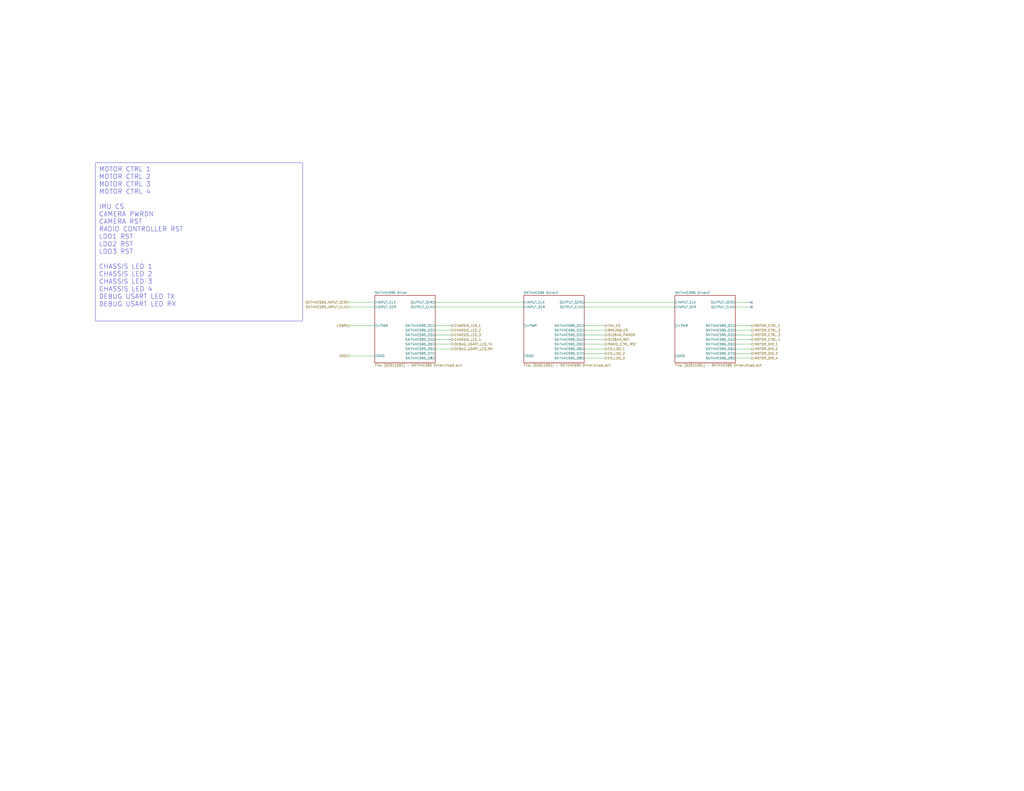
<source format=kicad_sch>
(kicad_sch
	(version 20231120)
	(generator "eeschema")
	(generator_version "8.0")
	(uuid "3b761d79-f25f-470e-a86b-84969fa3bc68")
	(paper "C")
	(title_block
		(comment 2 "DRAFT")
	)
	(lib_symbols)
	(no_connect
		(at 410.21 165.1)
		(uuid "27b4cfdc-9d53-4766-97dd-9f9d784d2796")
	)
	(no_connect
		(at 410.21 167.64)
		(uuid "e3fbf19d-4e56-4338-b6cc-b3229ffdaba9")
	)
	(wire
		(pts
			(xy 237.49 165.1) (xy 285.75 165.1)
		)
		(stroke
			(width 0)
			(type default)
		)
		(uuid "0486ffff-3dc9-4716-bd7c-9b3691433434")
	)
	(wire
		(pts
			(xy 318.77 177.8) (xy 330.2 177.8)
		)
		(stroke
			(width 0)
			(type default)
		)
		(uuid "123d692a-1628-4ab8-80d0-f6b656edcab2")
	)
	(wire
		(pts
			(xy 237.49 177.8) (xy 246.38 177.8)
		)
		(stroke
			(width 0)
			(type default)
		)
		(uuid "1563127d-4651-43da-9221-ea1b07b44c2a")
	)
	(wire
		(pts
			(xy 237.49 185.42) (xy 246.38 185.42)
		)
		(stroke
			(width 0)
			(type default)
		)
		(uuid "1ed9f33f-e160-40d3-bb40-030b9c490a5d")
	)
	(wire
		(pts
			(xy 401.32 167.64) (xy 410.21 167.64)
		)
		(stroke
			(width 0)
			(type default)
		)
		(uuid "26c2d964-2259-41b6-b7f2-f14273522a5b")
	)
	(wire
		(pts
			(xy 318.77 167.64) (xy 368.3 167.64)
		)
		(stroke
			(width 0)
			(type default)
		)
		(uuid "33c959c4-b187-4662-9a9b-077d98233e14")
	)
	(wire
		(pts
			(xy 401.32 180.34) (xy 410.21 180.34)
		)
		(stroke
			(width 0)
			(type default)
		)
		(uuid "34033ef6-223c-4501-b0fd-85ad8bccbf61")
	)
	(wire
		(pts
			(xy 237.49 180.34) (xy 246.38 180.34)
		)
		(stroke
			(width 0)
			(type default)
		)
		(uuid "36e05ccc-efc0-46df-8a67-96a25a8aa9b2")
	)
	(wire
		(pts
			(xy 190.5 165.1) (xy 204.47 165.1)
		)
		(stroke
			(width 0)
			(type default)
		)
		(uuid "548a5644-6d85-47c1-bc40-89e129376715")
	)
	(wire
		(pts
			(xy 318.77 165.1) (xy 368.3 165.1)
		)
		(stroke
			(width 0)
			(type default)
		)
		(uuid "6066372b-5120-4140-9327-a1dcfb38b547")
	)
	(wire
		(pts
			(xy 318.77 182.88) (xy 330.2 182.88)
		)
		(stroke
			(width 0)
			(type default)
		)
		(uuid "60c5f379-2711-444f-98b7-fcfd3ab4a94a")
	)
	(wire
		(pts
			(xy 401.32 165.1) (xy 410.21 165.1)
		)
		(stroke
			(width 0)
			(type default)
		)
		(uuid "6b785f8c-5a97-4497-86f4-b54971e19b47")
	)
	(wire
		(pts
			(xy 401.32 185.42) (xy 410.21 185.42)
		)
		(stroke
			(width 0)
			(type default)
		)
		(uuid "714ae772-2cab-4e63-b69a-7dbeeb4af4d2")
	)
	(wire
		(pts
			(xy 318.77 187.96) (xy 330.2 187.96)
		)
		(stroke
			(width 0)
			(type default)
		)
		(uuid "7167d79a-bae4-40c2-bbbe-dfbc75888056")
	)
	(wire
		(pts
			(xy 401.32 187.96) (xy 410.21 187.96)
		)
		(stroke
			(width 0)
			(type default)
		)
		(uuid "7b8d1505-17dd-461c-9b09-673d9e96b8ee")
	)
	(wire
		(pts
			(xy 237.49 167.64) (xy 285.75 167.64)
		)
		(stroke
			(width 0)
			(type default)
		)
		(uuid "835d9b60-89b6-4287-872d-1a72594c1bed")
	)
	(wire
		(pts
			(xy 190.5 194.31) (xy 204.47 194.31)
		)
		(stroke
			(width 0)
			(type default)
		)
		(uuid "85f9067a-de83-44bc-aa49-0e0380f68e57")
	)
	(wire
		(pts
			(xy 237.49 187.96) (xy 246.38 187.96)
		)
		(stroke
			(width 0)
			(type default)
		)
		(uuid "87746377-158d-4a74-8554-d8cdbb242dd6")
	)
	(wire
		(pts
			(xy 318.77 190.5) (xy 330.2 190.5)
		)
		(stroke
			(width 0)
			(type default)
		)
		(uuid "8797ceb7-c671-4402-a11a-2643fdeba379")
	)
	(wire
		(pts
			(xy 237.49 182.88) (xy 246.38 182.88)
		)
		(stroke
			(width 0)
			(type default)
		)
		(uuid "92628dc6-be4f-4681-9aa9-84bdf840c930")
	)
	(wire
		(pts
			(xy 237.49 190.5) (xy 246.38 190.5)
		)
		(stroke
			(width 0)
			(type default)
		)
		(uuid "98e0a43b-524c-4a0a-9f64-da1c970ce484")
	)
	(wire
		(pts
			(xy 401.32 195.58) (xy 410.21 195.58)
		)
		(stroke
			(width 0)
			(type default)
		)
		(uuid "9c5ba4c4-2bee-4440-a329-68c1b3bc0b83")
	)
	(wire
		(pts
			(xy 401.32 177.8) (xy 410.21 177.8)
		)
		(stroke
			(width 0)
			(type default)
		)
		(uuid "9ccada67-cd93-41b9-b8f5-3edab9fa8304")
	)
	(wire
		(pts
			(xy 318.77 180.34) (xy 330.2 180.34)
		)
		(stroke
			(width 0)
			(type default)
		)
		(uuid "9e2e9d95-f7be-4a8a-b4bc-ce938c7bbe40")
	)
	(wire
		(pts
			(xy 190.5 167.64) (xy 204.47 167.64)
		)
		(stroke
			(width 0)
			(type default)
		)
		(uuid "b2bcfb8e-e08e-4511-b8e6-64088d12f041")
	)
	(wire
		(pts
			(xy 401.32 190.5) (xy 410.21 190.5)
		)
		(stroke
			(width 0)
			(type default)
		)
		(uuid "b5de85dc-879a-4518-95f7-994a187f4b91")
	)
	(wire
		(pts
			(xy 318.77 193.04) (xy 330.2 193.04)
		)
		(stroke
			(width 0)
			(type default)
		)
		(uuid "c8a7e3ef-eaf7-4821-bd4e-0c5202481a61")
	)
	(wire
		(pts
			(xy 401.32 182.88) (xy 410.21 182.88)
		)
		(stroke
			(width 0)
			(type default)
		)
		(uuid "cc2d297e-82fd-498b-a05d-6da1a067a252")
	)
	(wire
		(pts
			(xy 190.5 177.8) (xy 204.47 177.8)
		)
		(stroke
			(width 0)
			(type default)
		)
		(uuid "d1439218-958f-439e-aa5b-a6f9f0ea8812")
	)
	(wire
		(pts
			(xy 318.77 195.58) (xy 330.2 195.58)
		)
		(stroke
			(width 0)
			(type default)
		)
		(uuid "e23c1e94-7460-4fe0-9eb4-663ec2e0b39e")
	)
	(wire
		(pts
			(xy 401.32 193.04) (xy 410.21 193.04)
		)
		(stroke
			(width 0)
			(type default)
		)
		(uuid "e7c3cae9-cb1e-4f3b-9225-f0426bb52389")
	)
	(wire
		(pts
			(xy 318.77 185.42) (xy 330.2 185.42)
		)
		(stroke
			(width 0)
			(type default)
		)
		(uuid "f0fba5c8-9b35-4a92-9e60-fb41b5bf3620")
	)
	(text_box "MOTOR CTRL 1\nMOTOR CTRL 2\nMOTOR CTRL 3\nMOTOR CTRL 4\n\nIMU CS\nCAMERA PWRDN\nCAMERA RST\nRADIO CONTROLLER RST\nLDO1 RST\nLDO2 RST\nLDO3 RST\n\nCHASSIS LED 1\nCHASSIS LED 2\nCHASSIS LED 3\nCHASSIS LED 4\nDEBUG USART LED TX\nDEBUG USART LED RX"
		(exclude_from_sim no)
		(at 52.07 88.9 0)
		(size 113.03 86.36)
		(stroke
			(width 0)
			(type default)
		)
		(fill
			(type none)
		)
		(effects
			(font
				(size 2.54 2.54)
			)
			(justify left top)
		)
		(uuid "78a8820e-927c-4fb5-a472-e94053d9a236")
	)
	(hierarchical_label "DEBUG_USART_LED_RX"
		(shape output)
		(at 246.38 190.5 0)
		(fields_autoplaced yes)
		(effects
			(font
				(size 1.27 1.27)
			)
			(justify left)
		)
		(uuid "06b75889-c1f9-401b-9126-055e0c4a205b")
	)
	(hierarchical_label "MOTOR_CTRL_2"
		(shape output)
		(at 410.21 180.34 0)
		(fields_autoplaced yes)
		(effects
			(font
				(size 1.27 1.27)
			)
			(justify left)
		)
		(uuid "07d56e2b-a07b-441d-b911-c4c4d9ef3807")
	)
	(hierarchical_label "OV2640_PWRDN"
		(shape output)
		(at 330.2 182.88 0)
		(fields_autoplaced yes)
		(effects
			(font
				(size 1.27 1.27)
			)
			(justify left)
		)
		(uuid "0b2e45ea-ea0a-42e9-9066-37673febcf1c")
	)
	(hierarchical_label "MOTOR_CTRL_1"
		(shape output)
		(at 410.21 177.8 0)
		(fields_autoplaced yes)
		(effects
			(font
				(size 1.27 1.27)
			)
			(justify left)
		)
		(uuid "1a433679-a63a-40c0-a0cf-c46869eee5aa")
	)
	(hierarchical_label "OV2640_RST"
		(shape output)
		(at 330.2 185.42 0)
		(fields_autoplaced yes)
		(effects
			(font
				(size 1.27 1.27)
			)
			(justify left)
		)
		(uuid "2c92de14-921c-420a-9bd4-42fc342bdf6d")
	)
	(hierarchical_label "IMU_CS"
		(shape output)
		(at 330.2 177.8 0)
		(fields_autoplaced yes)
		(effects
			(font
				(size 1.27 1.27)
			)
			(justify left)
		)
		(uuid "3539b731-47d9-4d19-8d4c-731d2ec675e8")
	)
	(hierarchical_label "GND"
		(shape passive)
		(at 190.5 194.31 180)
		(fields_autoplaced yes)
		(effects
			(font
				(size 1.27 1.27)
			)
			(justify right)
		)
		(uuid "3eaf6152-c740-4006-b48b-cc9344f3fe70")
	)
	(hierarchical_label "SN74HC595_INPUT_SER"
		(shape input)
		(at 190.5 165.1 180)
		(fields_autoplaced yes)
		(effects
			(font
				(size 1.27 1.27)
			)
			(justify right)
		)
		(uuid "43d2d0f2-c6a8-4a21-adf5-03bfdedd570e")
	)
	(hierarchical_label "RADIO_CTRL_RST"
		(shape output)
		(at 330.2 187.96 0)
		(fields_autoplaced yes)
		(effects
			(font
				(size 1.27 1.27)
			)
			(justify left)
		)
		(uuid "4a8e3e05-f90b-40e9-9222-8fb513fd19a3")
	)
	(hierarchical_label "CHASSIS_LED_2"
		(shape output)
		(at 246.38 180.34 0)
		(fields_autoplaced yes)
		(effects
			(font
				(size 1.27 1.27)
			)
			(justify left)
		)
		(uuid "5018abae-cc47-4d98-9494-d32ea79ba078")
	)
	(hierarchical_label "DEBUG_USART_LED_TX"
		(shape output)
		(at 246.38 187.96 0)
		(fields_autoplaced yes)
		(effects
			(font
				(size 1.27 1.27)
			)
			(justify left)
		)
		(uuid "50365b68-a8ab-47c7-94d3-e2b802838b6d")
	)
	(hierarchical_label "EN_LDO_1"
		(shape output)
		(at 330.2 190.5 0)
		(fields_autoplaced yes)
		(effects
			(font
				(size 1.27 1.27)
			)
			(justify left)
		)
		(uuid "5f87ad34-41f1-469b-81d2-c4ceee5927b6")
	)
	(hierarchical_label "EN_LDO_2"
		(shape output)
		(at 330.2 193.04 0)
		(fields_autoplaced yes)
		(effects
			(font
				(size 1.27 1.27)
			)
			(justify left)
		)
		(uuid "6dee19eb-f8d3-4c79-a241-4351709896ff")
	)
	(hierarchical_label "MOTOR_DIR_1"
		(shape output)
		(at 410.21 187.96 0)
		(fields_autoplaced yes)
		(effects
			(font
				(size 1.27 1.27)
			)
			(justify left)
		)
		(uuid "8426841b-5880-4513-9e72-648b377edffe")
	)
	(hierarchical_label "+PWR"
		(shape passive)
		(at 190.5 177.8 180)
		(fields_autoplaced yes)
		(effects
			(font
				(size 1.27 1.27)
			)
			(justify right)
		)
		(uuid "87a1e9cd-1448-478a-961f-cec0d7062f85")
	)
	(hierarchical_label "CHASSIS_LED_1"
		(shape output)
		(at 246.38 177.8 0)
		(fields_autoplaced yes)
		(effects
			(font
				(size 1.27 1.27)
			)
			(justify left)
		)
		(uuid "9610cce3-3603-44d5-8d60-3906ef656d27")
	)
	(hierarchical_label "SN74HC595_INPUT_CLK"
		(shape input)
		(at 190.5 167.64 180)
		(fields_autoplaced yes)
		(effects
			(font
				(size 1.27 1.27)
			)
			(justify right)
		)
		(uuid "97cfe059-d016-4b76-b29c-8e637af13c14")
	)
	(hierarchical_label "MOTOR_DIR_4"
		(shape output)
		(at 410.21 195.58 0)
		(fields_autoplaced yes)
		(effects
			(font
				(size 1.27 1.27)
			)
			(justify left)
		)
		(uuid "a26dffde-4efc-4315-963e-b2a6d4e271a9")
	)
	(hierarchical_label "CHASSIS_LED_3"
		(shape output)
		(at 246.38 182.88 0)
		(fields_autoplaced yes)
		(effects
			(font
				(size 1.27 1.27)
			)
			(justify left)
		)
		(uuid "bffeeb8a-787c-4d66-9773-e41756f0dc7b")
	)
	(hierarchical_label "EN_LDO_3"
		(shape output)
		(at 330.2 195.58 0)
		(fields_autoplaced yes)
		(effects
			(font
				(size 1.27 1.27)
			)
			(justify left)
		)
		(uuid "c3d49015-8e85-487f-af9f-e80fcf3c1bef")
	)
	(hierarchical_label "MOTOR_CTRL_4"
		(shape output)
		(at 410.21 185.42 0)
		(fields_autoplaced yes)
		(effects
			(font
				(size 1.27 1.27)
			)
			(justify left)
		)
		(uuid "c7da4f1f-3540-43e9-8e37-a3f0ac61170c")
	)
	(hierarchical_label "CHASSIS_LED_4"
		(shape output)
		(at 246.38 185.42 0)
		(fields_autoplaced yes)
		(effects
			(font
				(size 1.27 1.27)
			)
			(justify left)
		)
		(uuid "cc3c29ed-f357-40f2-a0c8-68ed7bee99de")
	)
	(hierarchical_label "BME250_CS"
		(shape output)
		(at 330.2 180.34 0)
		(fields_autoplaced yes)
		(effects
			(font
				(size 1.27 1.27)
			)
			(justify left)
		)
		(uuid "d5faa023-1f94-4bd5-8aad-cbd3562e8f45")
	)
	(hierarchical_label "MOTOR_CTRL_3"
		(shape output)
		(at 410.21 182.88 0)
		(fields_autoplaced yes)
		(effects
			(font
				(size 1.27 1.27)
			)
			(justify left)
		)
		(uuid "e1341811-89f8-4df2-92ab-b83251246498")
	)
	(hierarchical_label "MOTOR_DIR_3"
		(shape output)
		(at 410.21 193.04 0)
		(fields_autoplaced yes)
		(effects
			(font
				(size 1.27 1.27)
			)
			(justify left)
		)
		(uuid "f16da7e7-c31f-4244-bfcb-057610d1725a")
	)
	(hierarchical_label "MOTOR_DIR_2"
		(shape output)
		(at 410.21 190.5 0)
		(fields_autoplaced yes)
		(effects
			(font
				(size 1.27 1.27)
			)
			(justify left)
		)
		(uuid "f17414a2-e116-4130-9a33-b17e979131f7")
	)
	(sheet
		(at 285.75 161.29)
		(size 33.02 36.83)
		(fields_autoplaced yes)
		(stroke
			(width 0.1524)
			(type solid)
		)
		(fill
			(color 0 0 0 0.0000)
		)
		(uuid "c563125b-f82a-4ab0-9ef6-00551ae00e3b")
		(property "Sheetname" "SN74HC595 Driver1"
			(at 285.75 160.5784 0)
			(effects
				(font
					(size 1.27 1.27)
				)
				(justify left bottom)
			)
		)
		(property "Sheetfile" "[02011001] - SN74HC595 Driver.kicad_sch"
			(at 285.75 198.7046 0)
			(effects
				(font
					(size 1.27 1.27)
				)
				(justify left top)
			)
		)
		(pin "GND" passive
			(at 285.75 194.31 180)
			(effects
				(font
					(size 1.27 1.27)
				)
				(justify left)
			)
			(uuid "28da17ad-6233-4d98-b66c-630aca265f88")
		)
		(pin "+PWR" passive
			(at 285.75 177.8 180)
			(effects
				(font
					(size 1.27 1.27)
				)
				(justify left)
			)
			(uuid "6a274d16-560d-43e6-8637-3009698fbbfd")
		)
		(pin "INPUT_CLK" input
			(at 285.75 165.1 180)
			(effects
				(font
					(size 1.27 1.27)
				)
				(justify left)
			)
			(uuid "81ea3fa8-9256-4729-bcef-1e0f29bc7747")
		)
		(pin "INPUT_SER" input
			(at 285.75 167.64 180)
			(effects
				(font
					(size 1.27 1.27)
				)
				(justify left)
			)
			(uuid "32544897-018b-4e64-b8ac-e414ed962cca")
		)
		(pin "SN74HC595_O5" output
			(at 318.77 187.96 0)
			(effects
				(font
					(size 1.27 1.27)
				)
				(justify right)
			)
			(uuid "a87beb48-a1c7-456d-a3b3-b529a1c03580")
		)
		(pin "SN74HC595_O3" output
			(at 318.77 182.88 0)
			(effects
				(font
					(size 1.27 1.27)
				)
				(justify right)
			)
			(uuid "a811f909-4ff3-40f2-833a-6e84e20d189e")
		)
		(pin "SN74HC595_O1" output
			(at 318.77 177.8 0)
			(effects
				(font
					(size 1.27 1.27)
				)
				(justify right)
			)
			(uuid "b2666564-226a-4aaf-87cf-f2b7d980a643")
		)
		(pin "SN74HC595_O2" output
			(at 318.77 180.34 0)
			(effects
				(font
					(size 1.27 1.27)
				)
				(justify right)
			)
			(uuid "8eda6c50-b219-4d20-bcae-18c9ded9ba8b")
		)
		(pin "SN74HC595_O4" output
			(at 318.77 185.42 0)
			(effects
				(font
					(size 1.27 1.27)
				)
				(justify right)
			)
			(uuid "610d34a0-388a-492e-b7e8-0a450b016c5b")
		)
		(pin "SN74HC595_O7" output
			(at 318.77 193.04 0)
			(effects
				(font
					(size 1.27 1.27)
				)
				(justify right)
			)
			(uuid "b1f146cc-0102-46d6-810e-0ab0b0cdac6e")
		)
		(pin "OUTPUT_SER" output
			(at 318.77 165.1 0)
			(effects
				(font
					(size 1.27 1.27)
				)
				(justify right)
			)
			(uuid "7ad8a177-8baa-43b4-bee5-2c473cf1ccd2")
		)
		(pin "SN74HC595_O6" output
			(at 318.77 190.5 0)
			(effects
				(font
					(size 1.27 1.27)
				)
				(justify right)
			)
			(uuid "deeb15ae-67ad-43ec-b4f6-295d927dd9c2")
		)
		(pin "OUTPUT_CLK" output
			(at 318.77 167.64 0)
			(effects
				(font
					(size 1.27 1.27)
				)
				(justify right)
			)
			(uuid "9fc8c684-0129-4fff-8cb5-353d2475937a")
		)
		(pin "SN74HC595_O8" output
			(at 318.77 195.58 0)
			(effects
				(font
					(size 1.27 1.27)
				)
				(justify right)
			)
			(uuid "c10ade48-7348-4dd3-9761-acbcfd56b170")
		)
		(instances
			(project "_Sub_HW_Qcopter"
				(path "/b8703f06-b3da-4de2-b217-f104939b36e8/6184e84e-040e-4878-8152-76cf0b949e21/e826979f-4a88-401c-bba5-a1c30231907a/fb6a3e3b-62bf-46c5-8e5c-2b17482b433c"
					(page "26")
				)
			)
		)
	)
	(sheet
		(at 204.47 161.29)
		(size 33.02 36.83)
		(fields_autoplaced yes)
		(stroke
			(width 0.1524)
			(type solid)
		)
		(fill
			(color 0 0 0 0.0000)
		)
		(uuid "c66787b8-a69a-4286-87e1-ab899f33d9d0")
		(property "Sheetname" "SN74HC595 Driver"
			(at 204.47 160.5784 0)
			(effects
				(font
					(size 1.27 1.27)
				)
				(justify left bottom)
			)
		)
		(property "Sheetfile" "[02011001] - SN74HC595 Driver.kicad_sch"
			(at 204.47 198.7046 0)
			(effects
				(font
					(size 1.27 1.27)
				)
				(justify left top)
			)
		)
		(pin "GND" passive
			(at 204.47 194.31 180)
			(effects
				(font
					(size 1.27 1.27)
				)
				(justify left)
			)
			(uuid "300b19d3-5ea3-4322-a5a7-540848d0fcc3")
		)
		(pin "+PWR" passive
			(at 204.47 177.8 180)
			(effects
				(font
					(size 1.27 1.27)
				)
				(justify left)
			)
			(uuid "75977cb1-8081-405a-88ce-c46cd285e146")
		)
		(pin "INPUT_CLK" input
			(at 204.47 165.1 180)
			(effects
				(font
					(size 1.27 1.27)
				)
				(justify left)
			)
			(uuid "69fe5537-cbc1-4fe4-8f3e-1dd68941919c")
		)
		(pin "INPUT_SER" input
			(at 204.47 167.64 180)
			(effects
				(font
					(size 1.27 1.27)
				)
				(justify left)
			)
			(uuid "061ef42c-5a63-41a3-a34e-7de6baaaf426")
		)
		(pin "SN74HC595_O5" output
			(at 237.49 187.96 0)
			(effects
				(font
					(size 1.27 1.27)
				)
				(justify right)
			)
			(uuid "f403a5ab-8387-4c80-8c38-5ababaecd91f")
		)
		(pin "SN74HC595_O3" output
			(at 237.49 182.88 0)
			(effects
				(font
					(size 1.27 1.27)
				)
				(justify right)
			)
			(uuid "5f19354f-87b8-4a47-b0c0-f09976fa5fa7")
		)
		(pin "SN74HC595_O1" output
			(at 237.49 177.8 0)
			(effects
				(font
					(size 1.27 1.27)
				)
				(justify right)
			)
			(uuid "614c7e83-d22c-433d-beba-5244c9a58f5c")
		)
		(pin "SN74HC595_O2" output
			(at 237.49 180.34 0)
			(effects
				(font
					(size 1.27 1.27)
				)
				(justify right)
			)
			(uuid "e2b66dac-8b79-4372-8a26-f6bb8367c311")
		)
		(pin "SN74HC595_O4" output
			(at 237.49 185.42 0)
			(effects
				(font
					(size 1.27 1.27)
				)
				(justify right)
			)
			(uuid "4b6b01bb-d8ee-459c-8e31-13adad4fdf57")
		)
		(pin "SN74HC595_O7" output
			(at 237.49 193.04 0)
			(effects
				(font
					(size 1.27 1.27)
				)
				(justify right)
			)
			(uuid "c709a9c9-9601-4ab1-871e-06d2af6c98a0")
		)
		(pin "OUTPUT_SER" output
			(at 237.49 165.1 0)
			(effects
				(font
					(size 1.27 1.27)
				)
				(justify right)
			)
			(uuid "e7f201d9-202a-4b0c-b4f3-84206fd3187e")
		)
		(pin "SN74HC595_O6" output
			(at 237.49 190.5 0)
			(effects
				(font
					(size 1.27 1.27)
				)
				(justify right)
			)
			(uuid "73244978-a687-4113-8621-ce6a72305bd4")
		)
		(pin "OUTPUT_CLK" output
			(at 237.49 167.64 0)
			(effects
				(font
					(size 1.27 1.27)
				)
				(justify right)
			)
			(uuid "48c47e63-f6b5-4e00-8a2e-609dcdd53f8d")
		)
		(pin "SN74HC595_O8" output
			(at 237.49 195.58 0)
			(effects
				(font
					(size 1.27 1.27)
				)
				(justify right)
			)
			(uuid "e51b76b4-6f63-4bce-a11b-56a30d8a759d")
		)
		(instances
			(project "_Sub_HW_Qcopter"
				(path "/b8703f06-b3da-4de2-b217-f104939b36e8/6184e84e-040e-4878-8152-76cf0b949e21/e826979f-4a88-401c-bba5-a1c30231907a/fb6a3e3b-62bf-46c5-8e5c-2b17482b433c"
					(page "25")
				)
			)
		)
	)
	(sheet
		(at 368.3 161.29)
		(size 33.02 36.83)
		(fields_autoplaced yes)
		(stroke
			(width 0.1524)
			(type solid)
		)
		(fill
			(color 0 0 0 0.0000)
		)
		(uuid "feb4de8c-feac-4137-a908-2a99c0cf8280")
		(property "Sheetname" "SN74HC595 Driver2"
			(at 368.3 160.5784 0)
			(effects
				(font
					(size 1.27 1.27)
				)
				(justify left bottom)
			)
		)
		(property "Sheetfile" "[02011001] - SN74HC595 Driver.kicad_sch"
			(at 368.3 198.7046 0)
			(effects
				(font
					(size 1.27 1.27)
				)
				(justify left top)
			)
		)
		(pin "GND" passive
			(at 368.3 194.31 180)
			(effects
				(font
					(size 1.27 1.27)
				)
				(justify left)
			)
			(uuid "6e7d5a03-169d-498d-9159-13762316be2b")
		)
		(pin "+PWR" passive
			(at 368.3 177.8 180)
			(effects
				(font
					(size 1.27 1.27)
				)
				(justify left)
			)
			(uuid "e3b05419-542c-426f-804e-fa7ef680917b")
		)
		(pin "INPUT_CLK" input
			(at 368.3 165.1 180)
			(effects
				(font
					(size 1.27 1.27)
				)
				(justify left)
			)
			(uuid "850c83ef-5878-4475-9216-62bc900f4a4e")
		)
		(pin "INPUT_SER" input
			(at 368.3 167.64 180)
			(effects
				(font
					(size 1.27 1.27)
				)
				(justify left)
			)
			(uuid "430a54cc-6d49-4b09-8482-4b8ddf2b7791")
		)
		(pin "SN74HC595_O5" output
			(at 401.32 187.96 0)
			(effects
				(font
					(size 1.27 1.27)
				)
				(justify right)
			)
			(uuid "1b0cefdf-6989-492f-812a-3e7a8b77a103")
		)
		(pin "SN74HC595_O3" output
			(at 401.32 182.88 0)
			(effects
				(font
					(size 1.27 1.27)
				)
				(justify right)
			)
			(uuid "984fbec8-0b52-41ab-9ca3-943ca51e15dd")
		)
		(pin "SN74HC595_O1" output
			(at 401.32 177.8 0)
			(effects
				(font
					(size 1.27 1.27)
				)
				(justify right)
			)
			(uuid "ad523ad4-5abd-46cc-8eff-cb024b0c0543")
		)
		(pin "SN74HC595_O2" output
			(at 401.32 180.34 0)
			(effects
				(font
					(size 1.27 1.27)
				)
				(justify right)
			)
			(uuid "6ccd59f8-7cfb-4a59-b263-5932f77ca2de")
		)
		(pin "SN74HC595_O4" output
			(at 401.32 185.42 0)
			(effects
				(font
					(size 1.27 1.27)
				)
				(justify right)
			)
			(uuid "ba11b1a4-630b-495d-84a5-d56532a5ad92")
		)
		(pin "SN74HC595_O7" output
			(at 401.32 193.04 0)
			(effects
				(font
					(size 1.27 1.27)
				)
				(justify right)
			)
			(uuid "eeded4c8-7d33-46fc-9c14-0d813ea7a792")
		)
		(pin "OUTPUT_SER" output
			(at 401.32 165.1 0)
			(effects
				(font
					(size 1.27 1.27)
				)
				(justify right)
			)
			(uuid "36e9a56b-f4f3-48ed-8636-de238df053e5")
		)
		(pin "SN74HC595_O6" output
			(at 401.32 190.5 0)
			(effects
				(font
					(size 1.27 1.27)
				)
				(justify right)
			)
			(uuid "f5324128-3a6e-4771-aa84-81b857bb5855")
		)
		(pin "OUTPUT_CLK" output
			(at 401.32 167.64 0)
			(effects
				(font
					(size 1.27 1.27)
				)
				(justify right)
			)
			(uuid "dbbbeeda-2b54-4d81-b847-f746462dd636")
		)
		(pin "SN74HC595_O8" output
			(at 401.32 195.58 0)
			(effects
				(font
					(size 1.27 1.27)
				)
				(justify right)
			)
			(uuid "4288a342-2038-4abd-92fe-72895eed146f")
		)
		(instances
			(project "_Sub_HW_Qcopter"
				(path "/b8703f06-b3da-4de2-b217-f104939b36e8/6184e84e-040e-4878-8152-76cf0b949e21/e826979f-4a88-401c-bba5-a1c30231907a/fb6a3e3b-62bf-46c5-8e5c-2b17482b433c"
					(page "27")
				)
			)
		)
	)
)
</source>
